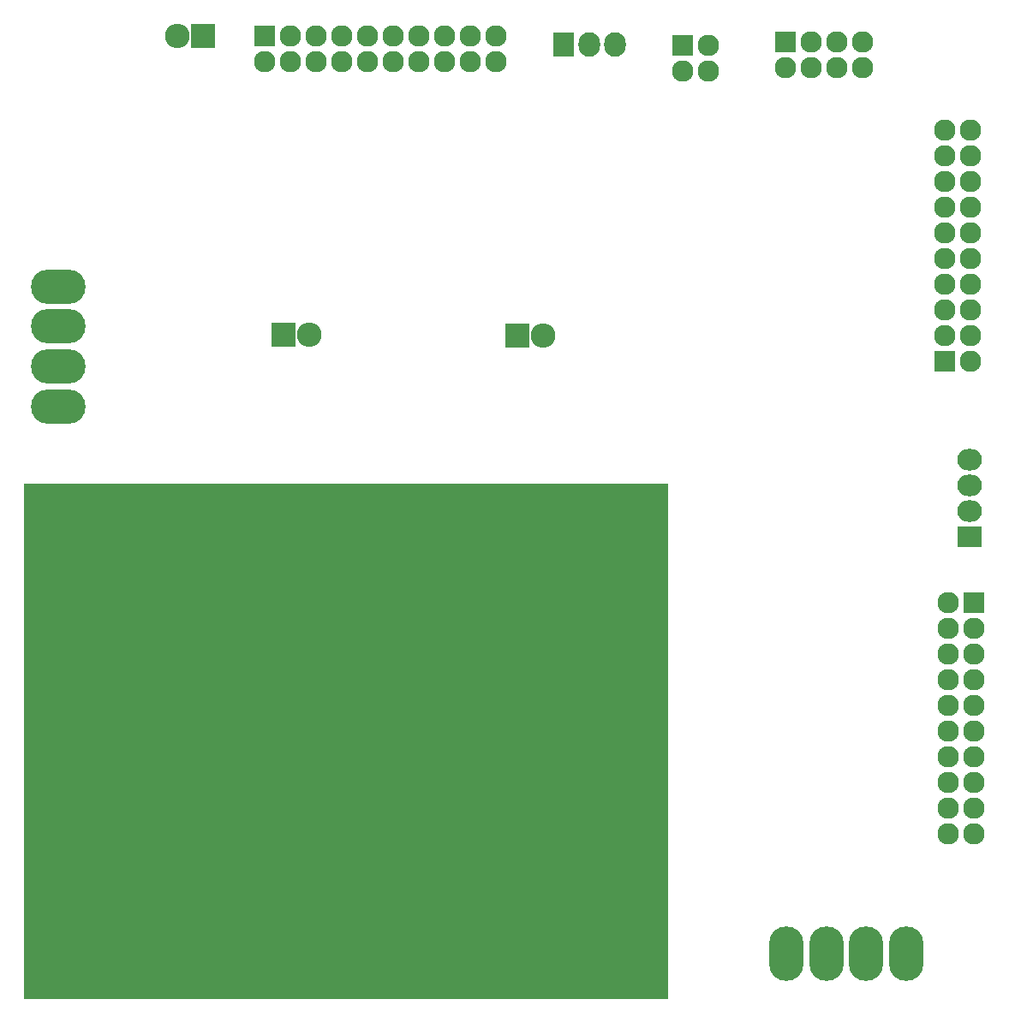
<source format=gbr>
G04 #@! TF.FileFunction,Soldermask,Bot*
%FSLAX46Y46*%
G04 Gerber Fmt 4.6, Leading zero omitted, Abs format (unit mm)*
G04 Created by KiCad (PCBNEW 4.0.6) date 10/03/17 08:09:52*
%MOMM*%
%LPD*%
G01*
G04 APERTURE LIST*
%ADD10C,0.100000*%
%ADD11R,2.432000X2.432000*%
%ADD12O,2.432000X2.432000*%
%ADD13R,2.127200X2.127200*%
%ADD14O,2.127200X2.127200*%
%ADD15R,2.432000X2.127200*%
%ADD16O,2.432000X2.127200*%
%ADD17O,5.401260X3.399740*%
%ADD18O,3.399740X5.401260*%
%ADD19R,2.127200X2.432000*%
%ADD20O,2.127200X2.432000*%
%ADD21R,2.700000X2.700000*%
G04 APERTURE END LIST*
D10*
D11*
X108650000Y-54030000D03*
D12*
X111190000Y-54030000D03*
D11*
X131730000Y-54130000D03*
D12*
X134270000Y-54130000D03*
D13*
X173990000Y-56640000D03*
D14*
X176530000Y-56640000D03*
X173990000Y-54100000D03*
X176530000Y-54100000D03*
X173990000Y-51560000D03*
X176530000Y-51560000D03*
X173990000Y-49020000D03*
X176530000Y-49020000D03*
X173990000Y-46480000D03*
X176530000Y-46480000D03*
X173990000Y-43940000D03*
X176530000Y-43940000D03*
X173990000Y-41400000D03*
X176530000Y-41400000D03*
X173990000Y-38860000D03*
X176530000Y-38860000D03*
X173990000Y-36320000D03*
X176530000Y-36320000D03*
X173990000Y-33780000D03*
X176530000Y-33780000D03*
D13*
X176910000Y-80540000D03*
D14*
X174370000Y-80540000D03*
X176910000Y-83080000D03*
X174370000Y-83080000D03*
X176910000Y-85620000D03*
X174370000Y-85620000D03*
X176910000Y-88160000D03*
X174370000Y-88160000D03*
X176910000Y-90700000D03*
X174370000Y-90700000D03*
X176910000Y-93240000D03*
X174370000Y-93240000D03*
X176910000Y-95780000D03*
X174370000Y-95780000D03*
X176910000Y-98320000D03*
X174370000Y-98320000D03*
X176910000Y-100860000D03*
X174370000Y-100860000D03*
X176910000Y-103400000D03*
X174370000Y-103400000D03*
D13*
X106790000Y-24530000D03*
D14*
X106790000Y-27070000D03*
X109330000Y-24530000D03*
X109330000Y-27070000D03*
X111870000Y-24530000D03*
X111870000Y-27070000D03*
X114410000Y-24530000D03*
X114410000Y-27070000D03*
X116950000Y-24530000D03*
X116950000Y-27070000D03*
X119490000Y-24530000D03*
X119490000Y-27070000D03*
X122030000Y-24530000D03*
X122030000Y-27070000D03*
X124570000Y-24530000D03*
X124570000Y-27070000D03*
X127110000Y-24530000D03*
X127110000Y-27070000D03*
X129650000Y-24530000D03*
X129650000Y-27070000D03*
D15*
X176470000Y-74050000D03*
D16*
X176470000Y-71510000D03*
X176470000Y-68970000D03*
X176470000Y-66430000D03*
D13*
X158240000Y-25070000D03*
D14*
X158240000Y-27610000D03*
X160780000Y-25070000D03*
X160780000Y-27610000D03*
X163320000Y-25070000D03*
X163320000Y-27610000D03*
X165860000Y-25070000D03*
X165860000Y-27610000D03*
D17*
X86320000Y-53228800D03*
X86320000Y-57191200D03*
X86320000Y-49268940D03*
X86320000Y-61151060D03*
D18*
X166231200Y-115250000D03*
X162268800Y-115250000D03*
X170191060Y-115250000D03*
X158308940Y-115250000D03*
D19*
X136350000Y-25310000D03*
D20*
X138890000Y-25310000D03*
X141430000Y-25310000D03*
D11*
X100630000Y-24540000D03*
D12*
X98090000Y-24540000D03*
D13*
X148080000Y-25400000D03*
D14*
X148080000Y-27940000D03*
X150620000Y-25400000D03*
X150620000Y-27940000D03*
D21*
X84330000Y-70100000D03*
X86870000Y-70100000D03*
X89410000Y-70100000D03*
X91950000Y-70100000D03*
X94490000Y-70100000D03*
X97030000Y-70100000D03*
X99570000Y-70100000D03*
X102110000Y-70100000D03*
X104650000Y-70100000D03*
X107190000Y-70100000D03*
X109730000Y-70100000D03*
X112270000Y-70100000D03*
X114810000Y-70100000D03*
X117350000Y-70100000D03*
X119890000Y-70100000D03*
X122430000Y-70100000D03*
X124970000Y-70100000D03*
X127510000Y-70100000D03*
X130050000Y-70100000D03*
X132590000Y-70100000D03*
X135130000Y-70100000D03*
X137670000Y-70100000D03*
X140210000Y-70100000D03*
X142750000Y-70100000D03*
X145290000Y-70100000D03*
X84330000Y-72640000D03*
X86870000Y-72640000D03*
X89410000Y-72640000D03*
X91950000Y-72640000D03*
X94490000Y-72640000D03*
X97030000Y-72640000D03*
X99570000Y-72640000D03*
X102110000Y-72640000D03*
X104650000Y-72640000D03*
X107190000Y-72640000D03*
X109730000Y-72640000D03*
X112270000Y-72640000D03*
X114810000Y-72640000D03*
X117350000Y-72640000D03*
X119890000Y-72640000D03*
X122430000Y-72640000D03*
X124970000Y-72640000D03*
X127510000Y-72640000D03*
X130050000Y-72640000D03*
X132590000Y-72640000D03*
X135130000Y-72640000D03*
X137670000Y-72640000D03*
X140210000Y-72640000D03*
X142750000Y-72640000D03*
X145290000Y-72640000D03*
X84330000Y-75180000D03*
X86870000Y-75180000D03*
X89410000Y-75180000D03*
X91950000Y-75180000D03*
X94490000Y-75180000D03*
X97030000Y-75180000D03*
X99570000Y-75180000D03*
X102110000Y-75180000D03*
X104650000Y-75180000D03*
X107190000Y-75180000D03*
X109730000Y-75180000D03*
X112270000Y-75180000D03*
X114810000Y-75180000D03*
X117350000Y-75180000D03*
X119890000Y-75180000D03*
X122430000Y-75180000D03*
X124970000Y-75180000D03*
X127510000Y-75180000D03*
X130050000Y-75180000D03*
X132590000Y-75180000D03*
X135130000Y-75180000D03*
X137670000Y-75180000D03*
X140210000Y-75180000D03*
X142750000Y-75180000D03*
X145290000Y-75180000D03*
X84330000Y-77720000D03*
X86870000Y-77720000D03*
X89410000Y-77720000D03*
X91950000Y-77720000D03*
X94490000Y-77720000D03*
X97030000Y-77720000D03*
X99570000Y-77720000D03*
X102110000Y-77720000D03*
X104650000Y-77720000D03*
X107190000Y-77720000D03*
X109730000Y-77720000D03*
X112270000Y-77720000D03*
X114810000Y-77720000D03*
X117350000Y-77720000D03*
X119890000Y-77720000D03*
X122430000Y-77720000D03*
X124970000Y-77720000D03*
X127510000Y-77720000D03*
X130050000Y-77720000D03*
X132590000Y-77720000D03*
X135130000Y-77720000D03*
X137670000Y-77720000D03*
X140210000Y-77720000D03*
X142750000Y-77720000D03*
X145290000Y-77720000D03*
X84330000Y-80260000D03*
X86870000Y-80260000D03*
X89410000Y-80260000D03*
X91950000Y-80260000D03*
X94490000Y-80260000D03*
X97030000Y-80260000D03*
X99570000Y-80260000D03*
X102110000Y-80260000D03*
X104650000Y-80260000D03*
X107190000Y-80260000D03*
X109730000Y-80260000D03*
X112270000Y-80260000D03*
X114810000Y-80260000D03*
X117350000Y-80260000D03*
X119890000Y-80260000D03*
X122430000Y-80260000D03*
X124970000Y-80260000D03*
X127510000Y-80260000D03*
X130050000Y-80260000D03*
X132590000Y-80260000D03*
X135130000Y-80260000D03*
X137670000Y-80260000D03*
X140210000Y-80260000D03*
X142750000Y-80260000D03*
X145290000Y-80260000D03*
X84330000Y-82800000D03*
X86870000Y-82800000D03*
X89410000Y-82800000D03*
X91950000Y-82800000D03*
X94490000Y-82800000D03*
X97030000Y-82800000D03*
X99570000Y-82800000D03*
X102110000Y-82800000D03*
X104650000Y-82800000D03*
X107190000Y-82800000D03*
X109730000Y-82800000D03*
X112270000Y-82800000D03*
X114810000Y-82800000D03*
X117350000Y-82800000D03*
X119890000Y-82800000D03*
X122430000Y-82800000D03*
X124970000Y-82800000D03*
X127510000Y-82800000D03*
X130050000Y-82800000D03*
X132590000Y-82800000D03*
X135130000Y-82800000D03*
X137670000Y-82800000D03*
X140210000Y-82800000D03*
X142750000Y-82800000D03*
X145290000Y-82800000D03*
X84330000Y-85340000D03*
X86870000Y-85340000D03*
X89410000Y-85340000D03*
X91950000Y-85340000D03*
X94490000Y-85340000D03*
X97030000Y-85340000D03*
X99570000Y-85340000D03*
X102110000Y-85340000D03*
X104650000Y-85340000D03*
X107190000Y-85340000D03*
X109730000Y-85340000D03*
X112270000Y-85340000D03*
X114810000Y-85340000D03*
X117350000Y-85340000D03*
X119890000Y-85340000D03*
X122430000Y-85340000D03*
X124970000Y-85340000D03*
X127510000Y-85340000D03*
X130050000Y-85340000D03*
X132590000Y-85340000D03*
X135130000Y-85340000D03*
X137670000Y-85340000D03*
X140210000Y-85340000D03*
X142750000Y-85340000D03*
X145290000Y-85340000D03*
X84330000Y-87880000D03*
X86870000Y-87880000D03*
X89410000Y-87880000D03*
X91950000Y-87880000D03*
X94490000Y-87880000D03*
X97030000Y-87880000D03*
X99570000Y-87880000D03*
X102110000Y-87880000D03*
X104650000Y-87880000D03*
X107190000Y-87880000D03*
X109730000Y-87880000D03*
X112270000Y-87880000D03*
X114810000Y-87880000D03*
X117350000Y-87880000D03*
X119890000Y-87880000D03*
X122430000Y-87880000D03*
X124970000Y-87880000D03*
X127510000Y-87880000D03*
X130050000Y-87880000D03*
X132590000Y-87880000D03*
X135130000Y-87880000D03*
X137670000Y-87880000D03*
X140210000Y-87880000D03*
X142750000Y-87880000D03*
X145290000Y-87880000D03*
X84330000Y-90420000D03*
X86870000Y-90420000D03*
X89410000Y-90420000D03*
X91950000Y-90420000D03*
X94490000Y-90420000D03*
X97030000Y-90420000D03*
X99570000Y-90420000D03*
X102110000Y-90420000D03*
X104650000Y-90420000D03*
X107190000Y-90420000D03*
X109730000Y-90420000D03*
X112270000Y-90420000D03*
X114810000Y-90420000D03*
X117350000Y-90420000D03*
X119890000Y-90420000D03*
X122430000Y-90420000D03*
X124970000Y-90420000D03*
X127510000Y-90420000D03*
X130050000Y-90420000D03*
X132590000Y-90420000D03*
X135130000Y-90420000D03*
X137670000Y-90420000D03*
X140210000Y-90420000D03*
X142750000Y-90420000D03*
X145290000Y-90420000D03*
X84330000Y-92960000D03*
X86870000Y-92960000D03*
X89410000Y-92960000D03*
X91950000Y-92960000D03*
X94490000Y-92960000D03*
X97030000Y-92960000D03*
X99570000Y-92960000D03*
X102110000Y-92960000D03*
X104650000Y-92960000D03*
X107190000Y-92960000D03*
X109730000Y-92960000D03*
X112270000Y-92960000D03*
X114810000Y-92960000D03*
X117350000Y-92960000D03*
X119890000Y-92960000D03*
X122430000Y-92960000D03*
X124970000Y-92960000D03*
X127510000Y-92960000D03*
X130050000Y-92960000D03*
X132590000Y-92960000D03*
X135130000Y-92960000D03*
X137670000Y-92960000D03*
X140210000Y-92960000D03*
X142750000Y-92960000D03*
X145290000Y-92960000D03*
X84330000Y-95500000D03*
X86870000Y-95500000D03*
X89410000Y-95500000D03*
X91950000Y-95500000D03*
X94490000Y-95500000D03*
X97030000Y-95500000D03*
X99570000Y-95500000D03*
X102110000Y-95500000D03*
X104650000Y-95500000D03*
X107190000Y-95500000D03*
X109730000Y-95500000D03*
X112270000Y-95500000D03*
X114810000Y-95500000D03*
X117350000Y-95500000D03*
X119890000Y-95500000D03*
X122430000Y-95500000D03*
X124970000Y-95500000D03*
X127510000Y-95500000D03*
X130050000Y-95500000D03*
X132590000Y-95500000D03*
X135130000Y-95500000D03*
X137670000Y-95500000D03*
X140210000Y-95500000D03*
X142750000Y-95500000D03*
X145290000Y-95500000D03*
X84330000Y-98040000D03*
X86870000Y-98040000D03*
X89410000Y-98040000D03*
X91950000Y-98040000D03*
X94490000Y-98040000D03*
X97030000Y-98040000D03*
X99570000Y-98040000D03*
X102110000Y-98040000D03*
X104650000Y-98040000D03*
X107190000Y-98040000D03*
X109730000Y-98040000D03*
X112270000Y-98040000D03*
X114810000Y-98040000D03*
X117350000Y-98040000D03*
X119890000Y-98040000D03*
X122430000Y-98040000D03*
X124970000Y-98040000D03*
X127510000Y-98040000D03*
X130050000Y-98040000D03*
X132590000Y-98040000D03*
X135130000Y-98040000D03*
X137670000Y-98040000D03*
X140210000Y-98040000D03*
X142750000Y-98040000D03*
X145290000Y-98040000D03*
X84330000Y-100580000D03*
X86870000Y-100580000D03*
X89410000Y-100580000D03*
X91950000Y-100580000D03*
X94490000Y-100580000D03*
X97030000Y-100580000D03*
X99570000Y-100580000D03*
X102110000Y-100580000D03*
X104650000Y-100580000D03*
X107190000Y-100580000D03*
X109730000Y-100580000D03*
X112270000Y-100580000D03*
X114810000Y-100580000D03*
X117350000Y-100580000D03*
X119890000Y-100580000D03*
X122430000Y-100580000D03*
X124970000Y-100580000D03*
X127510000Y-100580000D03*
X130050000Y-100580000D03*
X132590000Y-100580000D03*
X135130000Y-100580000D03*
X137670000Y-100580000D03*
X140210000Y-100580000D03*
X142750000Y-100580000D03*
X145290000Y-100580000D03*
X84330000Y-103120000D03*
X86870000Y-103120000D03*
X89410000Y-103120000D03*
X91950000Y-103120000D03*
X94490000Y-103120000D03*
X97030000Y-103120000D03*
X99570000Y-103120000D03*
X102110000Y-103120000D03*
X104650000Y-103120000D03*
X107190000Y-103120000D03*
X109730000Y-103120000D03*
X112270000Y-103120000D03*
X114810000Y-103120000D03*
X117350000Y-103120000D03*
X119890000Y-103120000D03*
X122430000Y-103120000D03*
X124970000Y-103120000D03*
X127510000Y-103120000D03*
X130050000Y-103120000D03*
X132590000Y-103120000D03*
X135130000Y-103120000D03*
X137670000Y-103120000D03*
X140210000Y-103120000D03*
X142750000Y-103120000D03*
X145290000Y-103120000D03*
X84330000Y-105660000D03*
X86870000Y-105660000D03*
X89410000Y-105660000D03*
X91950000Y-105660000D03*
X94490000Y-105660000D03*
X97030000Y-105660000D03*
X99570000Y-105660000D03*
X102110000Y-105660000D03*
X104650000Y-105660000D03*
X107190000Y-105660000D03*
X109730000Y-105660000D03*
X112270000Y-105660000D03*
X114810000Y-105660000D03*
X117350000Y-105660000D03*
X119890000Y-105660000D03*
X122430000Y-105660000D03*
X124970000Y-105660000D03*
X127510000Y-105660000D03*
X130050000Y-105660000D03*
X132590000Y-105660000D03*
X135130000Y-105660000D03*
X137670000Y-105660000D03*
X140210000Y-105660000D03*
X142750000Y-105660000D03*
X145290000Y-105660000D03*
X84330000Y-108200000D03*
X86870000Y-108200000D03*
X89410000Y-108200000D03*
X91950000Y-108200000D03*
X94490000Y-108200000D03*
X97030000Y-108200000D03*
X99570000Y-108200000D03*
X102110000Y-108200000D03*
X104650000Y-108200000D03*
X107190000Y-108200000D03*
X109730000Y-108200000D03*
X112270000Y-108200000D03*
X114810000Y-108200000D03*
X117350000Y-108200000D03*
X119890000Y-108200000D03*
X122430000Y-108200000D03*
X124970000Y-108200000D03*
X127510000Y-108200000D03*
X130050000Y-108200000D03*
X132590000Y-108200000D03*
X135130000Y-108200000D03*
X137670000Y-108200000D03*
X140210000Y-108200000D03*
X142750000Y-108200000D03*
X145290000Y-108200000D03*
X84330000Y-110740000D03*
X86870000Y-110740000D03*
X89410000Y-110740000D03*
X91950000Y-110740000D03*
X94490000Y-110740000D03*
X97030000Y-110740000D03*
X99570000Y-110740000D03*
X102110000Y-110740000D03*
X104650000Y-110740000D03*
X107190000Y-110740000D03*
X109730000Y-110740000D03*
X112270000Y-110740000D03*
X114810000Y-110740000D03*
X117350000Y-110740000D03*
X119890000Y-110740000D03*
X122430000Y-110740000D03*
X124970000Y-110740000D03*
X127510000Y-110740000D03*
X130050000Y-110740000D03*
X132590000Y-110740000D03*
X135130000Y-110740000D03*
X137670000Y-110740000D03*
X140210000Y-110740000D03*
X142750000Y-110740000D03*
X145290000Y-110740000D03*
X84330000Y-113280000D03*
X86870000Y-113280000D03*
X89410000Y-113280000D03*
X91950000Y-113280000D03*
X94490000Y-113280000D03*
X97030000Y-113280000D03*
X99570000Y-113280000D03*
X102110000Y-113280000D03*
X104650000Y-113280000D03*
X107190000Y-113280000D03*
X109730000Y-113280000D03*
X112270000Y-113280000D03*
X114810000Y-113280000D03*
X117350000Y-113280000D03*
X119890000Y-113280000D03*
X122430000Y-113280000D03*
X124970000Y-113280000D03*
X127510000Y-113280000D03*
X130050000Y-113280000D03*
X132590000Y-113280000D03*
X135130000Y-113280000D03*
X137670000Y-113280000D03*
X140210000Y-113280000D03*
X142750000Y-113280000D03*
X145290000Y-113280000D03*
X84330000Y-115820000D03*
X86870000Y-115820000D03*
X89410000Y-115820000D03*
X91950000Y-115820000D03*
X94490000Y-115820000D03*
X97030000Y-115820000D03*
X99570000Y-115820000D03*
X102110000Y-115820000D03*
X104650000Y-115820000D03*
X107190000Y-115820000D03*
X109730000Y-115820000D03*
X112270000Y-115820000D03*
X114810000Y-115820000D03*
X117350000Y-115820000D03*
X119890000Y-115820000D03*
X122430000Y-115820000D03*
X124970000Y-115820000D03*
X127510000Y-115820000D03*
X130050000Y-115820000D03*
X132590000Y-115820000D03*
X135130000Y-115820000D03*
X137670000Y-115820000D03*
X140210000Y-115820000D03*
X142750000Y-115820000D03*
X145290000Y-115820000D03*
X84330000Y-118360000D03*
X86870000Y-118360000D03*
X89410000Y-118360000D03*
X91950000Y-118360000D03*
X94490000Y-118360000D03*
X97030000Y-118360000D03*
X99570000Y-118360000D03*
X102110000Y-118360000D03*
X104650000Y-118360000D03*
X107190000Y-118360000D03*
X109730000Y-118360000D03*
X112270000Y-118360000D03*
X114810000Y-118360000D03*
X117350000Y-118360000D03*
X119890000Y-118360000D03*
X122430000Y-118360000D03*
X124970000Y-118360000D03*
X127510000Y-118360000D03*
X130050000Y-118360000D03*
X132590000Y-118360000D03*
X135130000Y-118360000D03*
X137670000Y-118360000D03*
X140210000Y-118360000D03*
X142750000Y-118360000D03*
X145290000Y-118360000D03*
M02*

</source>
